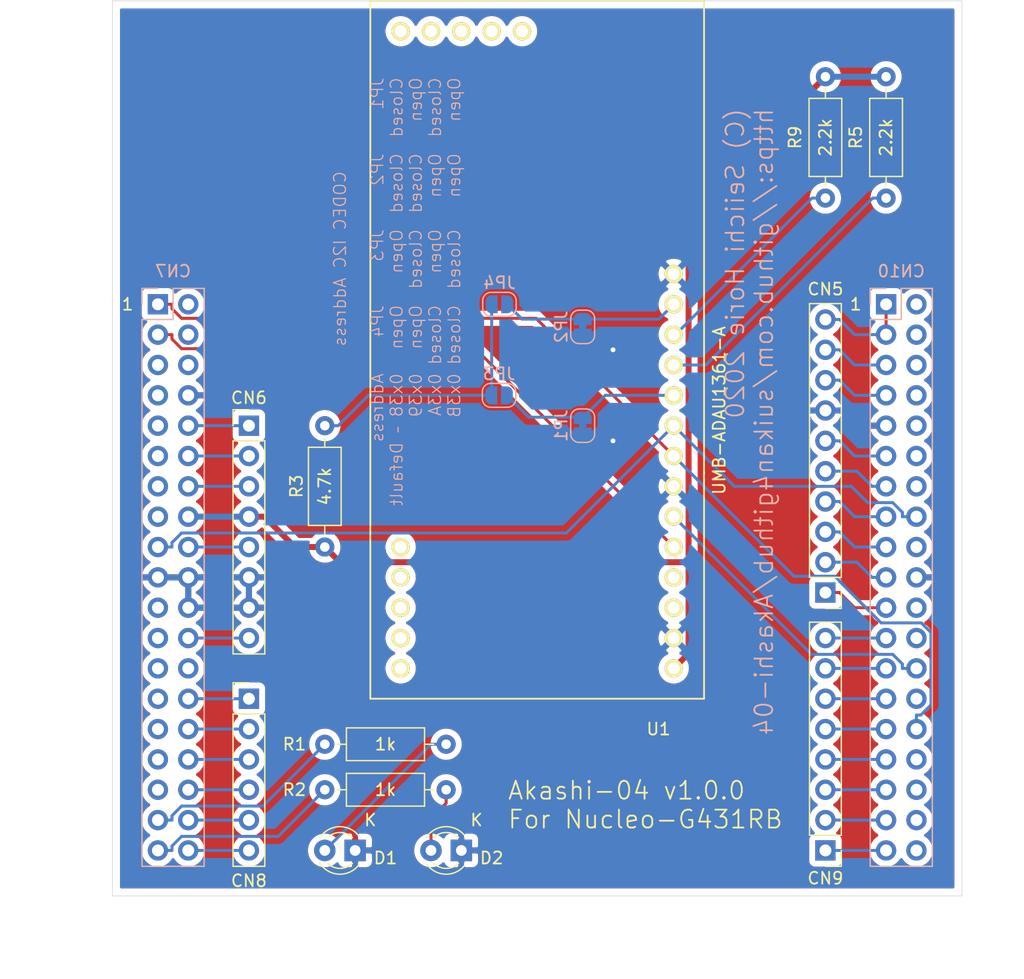
<source format=kicad_pcb>
(kicad_pcb (version 20171130) (host pcbnew 5.1.5-52549c5~84~ubuntu16.04.1)
  (layers (0 F.Cu signal) (31 B.Cu signal) (34 B.Paste user) (35 F.Paste user) (36 B.SilkS user) (37 F.SilkS user) (38 B.Mask user) (39 F.Mask user) (44 Edge.Cuts user))
  (net 0 "")
  (net 1 /LED2)
  (net 2 /LED1)
  (net 3 GND)
  (net 4 +3V3)
  (net 5 /I2C1_SDA)
  (net 6 /I2C1_SCL)
  (net 7 "Net-(D1-Pad2)")
  (net 8 "Net-(D2-Pad2)")
  (net 9 "Net-(CN7-Pad33)")
  (net 10 "Net-(CN7-Pad31)")
  (net 11 "Net-(CN7-Pad29)")
  (net 12 "Net-(CN7-Pad27)")
  (net 13 "Net-(CN7-Pad26)")
  (net 14 "Net-(CN7-Pad25)")
  (net 15 "Net-(CN7-Pad23)")
  (net 16 "Net-(CN7-Pad15)")
  (net 17 "Net-(CN7-Pad13)")
  (net 18 "Net-(CN7-Pad11)")
  (net 19 "Net-(CN7-Pad9)")
  (net 20 "Net-(CN7-Pad7)")
  (net 21 "Net-(CN7-Pad6)")
  (net 22 "Net-(CN7-Pad5)")
  (net 23 "Net-(CN7-Pad4)")
  (net 24 "Net-(CN7-Pad2)")
  (net 25 "Net-(CN10-Pad2)")
  (net 26 "Net-(CN10-Pad4)")
  (net 27 "Net-(CN10-Pad6)")
  (net 28 "Net-(CN10-Pad7)")
  (net 29 "Net-(CN10-Pad8)")
  (net 30 "Net-(CN10-Pad10)")
  (net 31 "Net-(CN10-Pad17)")
  (net 32 "Net-(CN10-Pad19)")
  (net 33 "Net-(CN10-Pad22)")
  (net 34 "Net-(CN10-Pad23)")
  (net 35 "Net-(CN10-Pad24)")
  (net 36 "Net-(CN10-Pad27)")
  (net 37 "Net-(CN10-Pad29)")
  (net 38 "Net-(CN10-Pad31)")
  (net 39 "Net-(CN10-Pad32)")
  (net 40 "Net-(CN10-Pad35)")
  (net 41 "Net-(CN10-Pad36)")
  (net 42 "Net-(CN10-Pad37)")
  (net 43 "Net-(CN10-Pad38)")
  (net 44 "Net-(CN7-Pad34)")
  (net 45 "Net-(CN7-Pad32)")
  (net 46 "Net-(CN7-Pad30)")
  (net 47 "Net-(CN7-Pad28)")
  (net 48 "Net-(CN7-Pad21)")
  (net 49 /I2S3_SD)
  (net 50 "Net-(CN10-Pad11)")
  (net 51 "Net-(CN10-Pad12)")
  (net 52 "Net-(CN10-Pad13)")
  (net 53 "Net-(CN10-Pad14)")
  (net 54 "Net-(CN10-Pad15)")
  (net 55 /I2S2_WS)
  (net 56 "Net-(CN10-Pad18)")
  (net 57 "Net-(CN10-Pad21)")
  (net 58 "Net-(CN10-Pad25)")
  (net 59 /I2S2_SD)
  (net 60 "Net-(CN10-Pad28)")
  (net 61 /I2S2_CK)
  (net 62 "Net-(CN10-Pad33)")
  (net 63 "Net-(CN10-Pad34)")
  (net 64 "Net-(CN6-Pad8)")
  (net 65 "Net-(CN6-Pad5)")
  (net 66 "Net-(CN6-Pad3)")
  (net 67 "Net-(CN6-Pad2)")
  (net 68 "Net-(CN6-Pad1)")
  (net 69 "Net-(CN7-Pad38)")
  (net 70 "Net-(CN7-Pad36)")
  (net 71 "Net-(JP1-Pad1)")
  (net 72 "Net-(JP2-Pad1)")
  (net 73 "Net-(JP3-Pad2)")
  (net 74 "Net-(R5-Pad2)")
  (net 75 "Net-(R9-Pad2)")
  (net 76 "Net-(U1-Pad3)")
  (net 77 "Net-(U1-Pad4)")
  (net 78 "Net-(U1-Pad15)")
  (net 79 "Net-(U1-Pad16)")
  (net 80 "Net-(U1-Pad17)")
  (net 81 "Net-(U1-Pad18)")
  (net 82 "Net-(U1-Pad19)")
  (net 83 "Net-(U1-Pad20)")
  (net 84 "Net-(U1-Pad21)")
  (net 85 "Net-(U1-Pad22)")
  (net 86 "Net-(U1-Pad23)")
  (net 87 "Net-(U1-Pad24)")
  (module Codec_Modules:UMB-ADAU1361A (layer F.Cu) (at 162.56 91.44 180)
    (fp_text reference U1 (at 1.27 -5.08) (layer F.SilkS))
    (fp_text value UMB-ADAU1361A)
    (fp_line (start -2.54 -2.54) (end 25.4 -2.54) (layer F.SilkS) (width 0.15))
    (fp_line (start 25.4 -2.54) (end 25.4 55.88) (layer F.SilkS) (width 0.15))
    (fp_line (start 25.4 55.88) (end -2.54 55.88) (layer F.SilkS) (width 0.15))
    (fp_line (start -2.54 55.88) (end -2.54 -2.54) (layer F.SilkS) (width 0.15))
    (pad 1 thru_hole circle (at 0 0 180) (size 1.524 1.524) (drill 1) (layers *.Cu *.Mask F.SilkS) (net 4 +3V3))
    (pad 2 thru_hole circle (at 0 2.54 180) (size 1.524 1.524) (drill 1) (layers *.Cu *.Mask F.SilkS) (net 3 GND))
    (pad 3 thru_hole circle (at 0 5.08 180) (size 1.524 1.524) (drill 1) (layers *.Cu *.Mask F.SilkS) (net 76 "Net-(U1-Pad3)"))
    (pad 4 thru_hole circle (at 0 7.62 180) (size 1.524 1.524) (drill 1) (layers *.Cu *.Mask F.SilkS) (net 77 "Net-(U1-Pad4)"))
    (pad 5 thru_hole circle (at 0 10.16 180) (size 1.524 1.524) (drill 1) (layers *.Cu *.Mask F.SilkS) (net 49 /I2S3_SD))
    (pad 6 thru_hole circle (at 0 12.7 180) (size 1.524 1.524) (drill 1) (layers *.Cu *.Mask F.SilkS) (net 59 /I2S2_SD))
    (pad 7 thru_hole circle (at 0 15.24 180) (size 1.524 1.524) (drill 1) (layers *.Cu *.Mask F.SilkS) (net 3 GND))
    (pad 8 thru_hole circle (at 0 17.78 180) (size 1.524 1.524) (drill 1) (layers *.Cu *.Mask F.SilkS) (net 61 /I2S2_CK))
    (pad 9 thru_hole circle (at 0 20.32 180) (size 1.524 1.524) (drill 1) (layers *.Cu *.Mask F.SilkS) (net 55 /I2S2_WS))
    (pad 10 thru_hole circle (at 0 22.86 180) (size 1.524 1.524) (drill 1) (layers *.Cu *.Mask F.SilkS) (net 71 "Net-(JP1-Pad1)"))
    (pad 11 thru_hole circle (at 0 25.4 180) (size 1.524 1.524) (drill 1) (layers *.Cu *.Mask F.SilkS) (net 74 "Net-(R5-Pad2)"))
    (pad 12 thru_hole circle (at 0 27.94 180) (size 1.524 1.524) (drill 1) (layers *.Cu *.Mask F.SilkS) (net 75 "Net-(R9-Pad2)"))
    (pad 13 thru_hole circle (at 0 30.48 180) (size 1.524 1.524) (drill 1) (layers *.Cu *.Mask F.SilkS) (net 72 "Net-(JP2-Pad1)"))
    (pad 14 thru_hole circle (at 0 33.02 180) (size 1.524 1.524) (drill 1) (layers *.Cu *.Mask F.SilkS) (net 3 GND))
    (pad 15 thru_hole circle (at 22.86 0 180) (size 1.524 1.524) (drill 1) (layers *.Cu *.Mask F.SilkS) (net 78 "Net-(U1-Pad15)"))
    (pad 16 thru_hole circle (at 22.86 2.54 180) (size 1.524 1.524) (drill 1) (layers *.Cu *.Mask F.SilkS) (net 79 "Net-(U1-Pad16)"))
    (pad 17 thru_hole circle (at 22.86 5.08 180) (size 1.524 1.524) (drill 1) (layers *.Cu *.Mask F.SilkS) (net 80 "Net-(U1-Pad17)"))
    (pad 18 thru_hole circle (at 22.86 7.62 180) (size 1.524 1.524) (drill 1) (layers *.Cu *.Mask F.SilkS) (net 81 "Net-(U1-Pad18)"))
    (pad 19 thru_hole circle (at 22.86 10.16 180) (size 1.524 1.524) (drill 1) (layers *.Cu *.Mask F.SilkS) (net 82 "Net-(U1-Pad19)"))
    (pad 20 thru_hole circle (at 22.86 53.34 180) (size 1.524 1.524) (drill 1) (layers *.Cu *.Mask F.SilkS) (net 83 "Net-(U1-Pad20)"))
    (pad 21 thru_hole circle (at 20.32 53.34 180) (size 1.524 1.524) (drill 1) (layers *.Cu *.Mask F.SilkS) (net 84 "Net-(U1-Pad21)"))
    (pad 22 thru_hole circle (at 17.78 53.34 180) (size 1.524 1.524) (drill 1) (layers *.Cu *.Mask F.SilkS) (net 85 "Net-(U1-Pad22)"))
    (pad 23 thru_hole circle (at 15.24 53.34 180) (size 1.524 1.524) (drill 1) (layers *.Cu *.Mask F.SilkS) (net 86 "Net-(U1-Pad23)"))
    (pad 24 thru_hole circle (at 12.7 53.34 180) (size 1.524 1.524) (drill 1) (layers *.Cu *.Mask F.SilkS) (net 87 "Net-(U1-Pad24)"))
  )
  (module Resistor_THT:R_Axial_DIN0207_L6.3mm_D2.5mm_P10.16mm_Horizontal (layer F.Cu) (at 133.35 81.28 90)
    (fp_text reference R3 (at 5.08 -2.37 90) (layer F.SilkS))
    (fp_text value 4.7k (at 5.08 0 90) (layer F.SilkS))
    (fp_line (start 9.12 0) (end 8.35 0) (layer F.SilkS) (width 0.12))
    (fp_line (start 1.04 0) (end 1.81 0) (layer F.SilkS) (width 0.12))
    (fp_line (start 8.35 -1.37) (end 1.81 -1.37) (layer F.SilkS) (width 0.12))
    (fp_line (start 8.35 1.37) (end 8.35 -1.37) (layer F.SilkS) (width 0.12))
    (fp_line (start 1.81 1.37) (end 8.35 1.37) (layer F.SilkS) (width 0.12))
    (fp_line (start 1.81 -1.37) (end 1.81 1.37) (layer F.SilkS) (width 0.12))
    (pad 2 thru_hole oval (at 10.16 0 90) (size 1.6 1.6) (drill 0.8) (layers *.Cu *.Mask) (net 73 "Net-(JP3-Pad2)"))
    (pad 1 thru_hole circle (at 0 0 90) (size 1.6 1.6) (drill 0.8) (layers *.Cu *.Mask) (net 4 +3V3))
  )
  (module Jumper:SolderJumper-2_P1.3mm_Open_RoundedPad1.0x1.5mm (layer B.Cu) (at 147.97 60.96 180)
    (fp_text reference JP4 (at 0 1.8) (layer B.SilkS) (effects (justify mirror)))
    (fp_text value SolderJumper_2_Open)
    (fp_line (start -0.7 1) (end 0.7 1) (layer B.SilkS) (width 0.12))
    (fp_line (start 1.4 0.3) (end 1.4 -0.3) (layer B.SilkS) (width 0.12))
    (fp_line (start 0.7 -1) (end -0.7 -1) (layer B.SilkS) (width 0.12))
    (fp_line (start -1.4 -0.3) (end -1.4 0.3) (layer B.SilkS) (width 0.12))
    (fp_arc (start -0.7 0.3) (end -0.7 1) (angle 90) (layer B.SilkS) (width 0.12))
    (fp_arc (start -0.7 -0.3) (end -1.4 -0.3) (angle 90) (layer B.SilkS) (width 0.12))
    (fp_arc (start 0.7 -0.3) (end 0.7 -1) (angle 90) (layer B.SilkS) (width 0.12))
    (fp_arc (start 0.7 0.3) (end 1.4 0.3) (angle 90) (layer B.SilkS) (width 0.12))
    (pad 2 smd custom (at 0.65 0 180) (size 1 0.5) (layers B.Cu B.Mask) (net 73 "Net-(JP3-Pad2)") (options (clearance outline) (anchor rect)) (primitives (gr_circle (center 0 -0.25) (end 0.5 -0.25) (width 0)) (gr_circle (center 0 0.25) (end 0.5 0.25) (width 0)) (gr_poly (pts (xy 0 0.75) (xy -0.5 0.75) (xy -0.5 -0.75) (xy 0 -0.75)) (width 0))))
    (pad 1 smd custom (at -0.65 0 180) (size 1 0.5) (layers B.Cu B.Mask) (net 72 "Net-(JP2-Pad1)") (options (clearance outline) (anchor rect)) (primitives (gr_circle (center 0 -0.25) (end 0.5 -0.25) (width 0)) (gr_circle (center 0 0.25) (end 0.5 0.25) (width 0)) (gr_poly (pts (xy 0 0.75) (xy 0.5 0.75) (xy 0.5 -0.75) (xy 0 -0.75)) (width 0))))
  )
  (module Jumper:SolderJumper-2_P1.3mm_Open_RoundedPad1.0x1.5mm (layer B.Cu) (at 147.94 68.58 180)
    (fp_text reference JP3 (at 0 1.8) (layer B.SilkS) (effects (justify mirror)))
    (fp_text value SolderJumper_2_Open)
    (fp_line (start -0.7 1) (end 0.7 1) (layer B.SilkS) (width 0.12))
    (fp_line (start 1.4 0.3) (end 1.4 -0.3) (layer B.SilkS) (width 0.12))
    (fp_line (start 0.7 -1) (end -0.7 -1) (layer B.SilkS) (width 0.12))
    (fp_line (start -1.4 -0.3) (end -1.4 0.3) (layer B.SilkS) (width 0.12))
    (fp_arc (start -0.7 0.3) (end -0.7 1) (angle 90) (layer B.SilkS) (width 0.12))
    (fp_arc (start -0.7 -0.3) (end -1.4 -0.3) (angle 90) (layer B.SilkS) (width 0.12))
    (fp_arc (start 0.7 -0.3) (end 0.7 -1) (angle 90) (layer B.SilkS) (width 0.12))
    (fp_arc (start 0.7 0.3) (end 1.4 0.3) (angle 90) (layer B.SilkS) (width 0.12))
    (pad 2 smd custom (at 0.65 0 180) (size 1 0.5) (layers B.Cu B.Mask) (net 73 "Net-(JP3-Pad2)") (options (clearance outline) (anchor rect)) (primitives (gr_circle (center 0 -0.25) (end 0.5 -0.25) (width 0)) (gr_circle (center 0 0.25) (end 0.5 0.25) (width 0)) (gr_poly (pts (xy 0 0.75) (xy -0.5 0.75) (xy -0.5 -0.75) (xy 0 -0.75)) (width 0))))
    (pad 1 smd custom (at -0.65 0 180) (size 1 0.5) (layers B.Cu B.Mask) (net 71 "Net-(JP1-Pad1)") (options (clearance outline) (anchor rect)) (primitives (gr_circle (center 0 -0.25) (end 0.5 -0.25) (width 0)) (gr_circle (center 0 0.25) (end 0.5 0.25) (width 0)) (gr_poly (pts (xy 0 0.75) (xy 0.5 0.75) (xy 0.5 -0.75) (xy 0 -0.75)) (width 0))))
  )
  (module Jumper:SolderJumper-2_P1.3mm_Bridged_RoundedPad1.0x1.5mm (layer B.Cu) (at 154.94 62.85 270)
    (fp_text reference JP2 (at 0 1.8 270) (layer B.SilkS) (effects (justify mirror)))
    (fp_text value SolderJumper_2_Bridged)
    (fp_poly (pts (xy 0.25 0.3) (xy -0.25 0.3) (xy -0.25 -0.3) (xy 0.25 -0.3)) (layer B.Cu) (width 0))
    (fp_line (start -0.7 1) (end 0.7 1) (layer B.SilkS) (width 0.12))
    (fp_line (start 1.4 0.3) (end 1.4 -0.3) (layer B.SilkS) (width 0.12))
    (fp_line (start 0.7 -1) (end -0.7 -1) (layer B.SilkS) (width 0.12))
    (fp_line (start -1.4 -0.3) (end -1.4 0.3) (layer B.SilkS) (width 0.12))
    (fp_arc (start -0.7 0.3) (end -0.7 1) (angle 90) (layer B.SilkS) (width 0.12))
    (fp_arc (start -0.7 -0.3) (end -1.4 -0.3) (angle 90) (layer B.SilkS) (width 0.12))
    (fp_arc (start 0.7 -0.3) (end 0.7 -1) (angle 90) (layer B.SilkS) (width 0.12))
    (fp_arc (start 0.7 0.3) (end 1.4 0.3) (angle 90) (layer B.SilkS) (width 0.12))
    (pad 1 smd custom (at -0.65 0 270) (size 1 0.5) (layers B.Cu B.Mask) (net 72 "Net-(JP2-Pad1)") (options (clearance outline) (anchor rect)) (primitives (gr_circle (center 0 -0.25) (end 0.5 -0.25) (width 0)) (gr_circle (center 0 0.25) (end 0.5 0.25) (width 0)) (gr_poly (pts (xy 0 0.75) (xy 0.5 0.75) (xy 0.5 -0.75) (xy 0 -0.75)) (width 0))))
    (pad 2 smd custom (at 0.65 0 270) (size 1 0.5) (layers B.Cu B.Mask) (net 3 GND) (options (clearance outline) (anchor rect)) (primitives (gr_circle (center 0 -0.25) (end 0.5 -0.25) (width 0)) (gr_circle (center 0 0.25) (end 0.5 0.25) (width 0)) (gr_poly (pts (xy 0 0.75) (xy -0.5 0.75) (xy -0.5 -0.75) (xy 0 -0.75)) (width 0))))
  )
  (module Jumper:SolderJumper-2_P1.3mm_Bridged_RoundedPad1.0x1.5mm (layer B.Cu) (at 154.94 71.12 270)
    (fp_text reference JP1 (at 0 1.8 270) (layer B.SilkS) (effects (justify mirror)))
    (fp_text value SolderJumper_2_Bridged)
    (fp_poly (pts (xy 0.25 0.3) (xy -0.25 0.3) (xy -0.25 -0.3) (xy 0.25 -0.3)) (layer B.Cu) (width 0))
    (fp_line (start -0.7 1) (end 0.7 1) (layer B.SilkS) (width 0.12))
    (fp_line (start 1.4 0.3) (end 1.4 -0.3) (layer B.SilkS) (width 0.12))
    (fp_line (start 0.7 -1) (end -0.7 -1) (layer B.SilkS) (width 0.12))
    (fp_line (start -1.4 -0.3) (end -1.4 0.3) (layer B.SilkS) (width 0.12))
    (fp_arc (start -0.7 0.3) (end -0.7 1) (angle 90) (layer B.SilkS) (width 0.12))
    (fp_arc (start -0.7 -0.3) (end -1.4 -0.3) (angle 90) (layer B.SilkS) (width 0.12))
    (fp_arc (start 0.7 -0.3) (end 0.7 -1) (angle 90) (layer B.SilkS) (width 0.12))
    (fp_arc (start 0.7 0.3) (end 1.4 0.3) (angle 90) (layer B.SilkS) (width 0.12))
    (pad 1 smd custom (at -0.65 0 270) (size 1 0.5) (layers B.Cu B.Mask) (net 71 "Net-(JP1-Pad1)") (options (clearance outline) (anchor rect)) (primitives (gr_circle (center 0 -0.25) (end 0.5 -0.25) (width 0)) (gr_circle (center 0 0.25) (end 0.5 0.25) (width 0)) (gr_poly (pts (xy 0 0.75) (xy 0.5 0.75) (xy 0.5 -0.75) (xy 0 -0.75)) (width 0))))
    (pad 2 smd custom (at 0.65 0 270) (size 1 0.5) (layers B.Cu B.Mask) (net 3 GND) (options (clearance outline) (anchor rect)) (primitives (gr_circle (center 0 -0.25) (end 0.5 -0.25) (width 0)) (gr_circle (center 0 0.25) (end 0.5 0.25) (width 0)) (gr_poly (pts (xy 0 0.75) (xy -0.5 0.75) (xy -0.5 -0.75) (xy 0 -0.75)) (width 0))))
  )
  (module Connector_PinHeader_2.54mm:PinHeader_1x08_P2.54mm_Vertical (layer F.Cu) (at 175.26 106.68 180)
    (fp_text reference CN9 (at 0 -2.33) (layer F.SilkS))
    (fp_text value Conn_01x08)
    (fp_line (start -1.33 -1.33) (end 0 -1.33) (layer F.SilkS) (width 0.12))
    (fp_line (start -1.33 0) (end -1.33 -1.33) (layer F.SilkS) (width 0.12))
    (fp_line (start -1.33 1.27) (end 1.33 1.27) (layer F.SilkS) (width 0.12))
    (fp_line (start 1.33 1.27) (end 1.33 19.11) (layer F.SilkS) (width 0.12))
    (fp_line (start -1.33 1.27) (end -1.33 19.11) (layer F.SilkS) (width 0.12))
    (fp_line (start -1.33 19.11) (end 1.33 19.11) (layer F.SilkS) (width 0.12))
    (pad 8 thru_hole oval (at 0 17.78 180) (size 1.7 1.7) (drill 1) (layers *.Cu *.Mask) (net 34 "Net-(CN10-Pad23)"))
    (pad 7 thru_hole oval (at 0 15.24 180) (size 1.7 1.7) (drill 1) (layers *.Cu *.Mask) (net 58 "Net-(CN10-Pad25)"))
    (pad 6 thru_hole oval (at 0 12.7 180) (size 1.7 1.7) (drill 1) (layers *.Cu *.Mask) (net 36 "Net-(CN10-Pad27)"))
    (pad 5 thru_hole oval (at 0 10.16 180) (size 1.7 1.7) (drill 1) (layers *.Cu *.Mask) (net 37 "Net-(CN10-Pad29)"))
    (pad 4 thru_hole oval (at 0 7.62 180) (size 1.7 1.7) (drill 1) (layers *.Cu *.Mask) (net 38 "Net-(CN10-Pad31)"))
    (pad 3 thru_hole oval (at 0 5.08 180) (size 1.7 1.7) (drill 1) (layers *.Cu *.Mask) (net 62 "Net-(CN10-Pad33)"))
    (pad 2 thru_hole oval (at 0 2.54 180) (size 1.7 1.7) (drill 1) (layers *.Cu *.Mask) (net 40 "Net-(CN10-Pad35)"))
    (pad 1 thru_hole rect (at 0 0 180) (size 1.7 1.7) (drill 1) (layers *.Cu *.Mask) (net 42 "Net-(CN10-Pad37)"))
  )
  (module Connector_PinHeader_2.54mm:PinHeader_1x06_P2.54mm_Vertical (layer F.Cu) (at 127 93.98)
    (fp_text reference CN8 (at 0 15.24) (layer F.SilkS))
    (fp_text value Conn_01x06)
    (fp_line (start -1.33 -1.33) (end 0 -1.33) (layer F.SilkS) (width 0.12))
    (fp_line (start -1.33 0) (end -1.33 -1.33) (layer F.SilkS) (width 0.12))
    (fp_line (start -1.33 1.27) (end 1.33 1.27) (layer F.SilkS) (width 0.12))
    (fp_line (start 1.33 1.27) (end 1.33 14.03) (layer F.SilkS) (width 0.12))
    (fp_line (start -1.33 1.27) (end -1.33 14.03) (layer F.SilkS) (width 0.12))
    (fp_line (start -1.33 14.03) (end 1.33 14.03) (layer F.SilkS) (width 0.12))
    (pad 6 thru_hole oval (at 0 12.7) (size 1.7 1.7) (drill 1) (layers *.Cu *.Mask) (net 69 "Net-(CN7-Pad38)"))
    (pad 5 thru_hole oval (at 0 10.16) (size 1.7 1.7) (drill 1) (layers *.Cu *.Mask) (net 70 "Net-(CN7-Pad36)"))
    (pad 4 thru_hole oval (at 0 7.62) (size 1.7 1.7) (drill 1) (layers *.Cu *.Mask) (net 44 "Net-(CN7-Pad34)"))
    (pad 3 thru_hole oval (at 0 5.08) (size 1.7 1.7) (drill 1) (layers *.Cu *.Mask) (net 45 "Net-(CN7-Pad32)"))
    (pad 2 thru_hole oval (at 0 2.54) (size 1.7 1.7) (drill 1) (layers *.Cu *.Mask) (net 46 "Net-(CN7-Pad30)"))
    (pad 1 thru_hole rect (at 0 0) (size 1.7 1.7) (drill 1) (layers *.Cu *.Mask) (net 47 "Net-(CN7-Pad28)"))
  )
  (module Connector_PinHeader_2.54mm:PinHeader_1x08_P2.54mm_Vertical (layer F.Cu) (at 127 71.12)
    (fp_text reference CN6 (at 0 -2.33) (layer F.SilkS))
    (fp_text value Conn_01x08)
    (fp_line (start -1.33 -1.33) (end 0 -1.33) (layer F.SilkS) (width 0.12))
    (fp_line (start -1.33 0) (end -1.33 -1.33) (layer F.SilkS) (width 0.12))
    (fp_line (start -1.33 1.27) (end 1.33 1.27) (layer F.SilkS) (width 0.12))
    (fp_line (start 1.33 1.27) (end 1.33 19.11) (layer F.SilkS) (width 0.12))
    (fp_line (start -1.33 1.27) (end -1.33 19.11) (layer F.SilkS) (width 0.12))
    (fp_line (start -1.33 19.11) (end 1.33 19.11) (layer F.SilkS) (width 0.12))
    (pad 8 thru_hole oval (at 0 17.78) (size 1.7 1.7) (drill 1) (layers *.Cu *.Mask) (net 64 "Net-(CN6-Pad8)"))
    (pad 7 thru_hole oval (at 0 15.24) (size 1.7 1.7) (drill 1) (layers *.Cu *.Mask) (net 3 GND))
    (pad 6 thru_hole oval (at 0 12.7) (size 1.7 1.7) (drill 1) (layers *.Cu *.Mask) (net 3 GND))
    (pad 5 thru_hole oval (at 0 10.16) (size 1.7 1.7) (drill 1) (layers *.Cu *.Mask) (net 65 "Net-(CN6-Pad5)"))
    (pad 4 thru_hole oval (at 0 7.62) (size 1.7 1.7) (drill 1) (layers *.Cu *.Mask) (net 4 +3V3))
    (pad 3 thru_hole oval (at 0 5.08) (size 1.7 1.7) (drill 1) (layers *.Cu *.Mask) (net 66 "Net-(CN6-Pad3)"))
    (pad 2 thru_hole oval (at 0 2.54) (size 1.7 1.7) (drill 1) (layers *.Cu *.Mask) (net 67 "Net-(CN6-Pad2)"))
    (pad 1 thru_hole rect (at 0 0) (size 1.7 1.7) (drill 1) (layers *.Cu *.Mask) (net 68 "Net-(CN6-Pad1)"))
  )
  (module Connector_PinHeader_2.54mm:PinHeader_1x10_P2.54mm_Vertical (layer F.Cu) (at 175.26 85.09 180)
    (fp_text reference CN5 (at 0 25.4) (layer F.SilkS))
    (fp_text value Conn_01x10)
    (fp_line (start -1.33 -1.33) (end 0 -1.33) (layer F.SilkS) (width 0.12))
    (fp_line (start -1.33 0) (end -1.33 -1.33) (layer F.SilkS) (width 0.12))
    (fp_line (start -1.33 1.27) (end 1.33 1.27) (layer F.SilkS) (width 0.12))
    (fp_line (start 1.33 1.27) (end 1.33 24.19) (layer F.SilkS) (width 0.12))
    (fp_line (start -1.33 1.27) (end -1.33 24.19) (layer F.SilkS) (width 0.12))
    (fp_line (start -1.33 24.19) (end 1.33 24.19) (layer F.SilkS) (width 0.12))
    (pad 10 thru_hole oval (at 0 22.86 180) (size 1.7 1.7) (drill 1) (layers *.Cu *.Mask) (net 6 /I2C1_SCL))
    (pad 9 thru_hole oval (at 0 20.32 180) (size 1.7 1.7) (drill 1) (layers *.Cu *.Mask) (net 5 /I2C1_SDA))
    (pad 8 thru_hole oval (at 0 17.78 180) (size 1.7 1.7) (drill 1) (layers *.Cu *.Mask) (net 28 "Net-(CN10-Pad7)"))
    (pad 7 thru_hole oval (at 0 15.24 180) (size 1.7 1.7) (drill 1) (layers *.Cu *.Mask) (net 3 GND))
    (pad 6 thru_hole oval (at 0 12.7 180) (size 1.7 1.7) (drill 1) (layers *.Cu *.Mask) (net 50 "Net-(CN10-Pad11)"))
    (pad 5 thru_hole oval (at 0 10.16 180) (size 1.7 1.7) (drill 1) (layers *.Cu *.Mask) (net 52 "Net-(CN10-Pad13)"))
    (pad 4 thru_hole oval (at 0 7.62 180) (size 1.7 1.7) (drill 1) (layers *.Cu *.Mask) (net 54 "Net-(CN10-Pad15)"))
    (pad 3 thru_hole oval (at 0 5.08 180) (size 1.7 1.7) (drill 1) (layers *.Cu *.Mask) (net 31 "Net-(CN10-Pad17)"))
    (pad 2 thru_hole oval (at 0 2.54 180) (size 1.7 1.7) (drill 1) (layers *.Cu *.Mask) (net 32 "Net-(CN10-Pad19)"))
    (pad 1 thru_hole rect (at 0 0 180) (size 1.7 1.7) (drill 1) (layers *.Cu *.Mask) (net 57 "Net-(CN10-Pad21)"))
  )
  (module Connector_PinSocket_2.54mm:PinSocket_2x19_P2.54mm_Vertical (layer B.Cu) (at 119.38 60.96 180)
    (fp_text reference CN7 (at -1.27 2.77 180) (layer B.SilkS) (effects (justify mirror)))
    (fp_text value PPPC192LFBN-RC)
    (fp_line (start 0 1.33) (end 1.33 1.33) (layer B.SilkS) (width 0.12))
    (fp_line (start 1.33 1.33) (end 1.33 0) (layer B.SilkS) (width 0.12))
    (fp_line (start -1.27 1.33) (end -1.27 -1.27) (layer B.SilkS) (width 0.12))
    (fp_line (start -1.27 -1.27) (end 1.33 -1.27) (layer B.SilkS) (width 0.12))
    (fp_line (start 1.33 -1.27) (end 1.33 -47.05) (layer B.SilkS) (width 0.12))
    (fp_line (start -3.87 -47.05) (end 1.33 -47.05) (layer B.SilkS) (width 0.12))
    (fp_line (start -3.87 1.33) (end -3.87 -47.05) (layer B.SilkS) (width 0.12))
    (fp_line (start -3.87 1.33) (end -1.27 1.33) (layer B.SilkS) (width 0.12))
    (pad 38 thru_hole oval (at -2.54 -45.72 180) (size 1.7 1.7) (drill 1) (layers *.Cu *.Mask) (net 69 "Net-(CN7-Pad38)"))
    (pad 37 thru_hole oval (at 0 -45.72 180) (size 1.7 1.7) (drill 1) (layers *.Cu *.Mask) (net 1 /LED2))
    (pad 36 thru_hole oval (at -2.54 -43.18 180) (size 1.7 1.7) (drill 1) (layers *.Cu *.Mask) (net 70 "Net-(CN7-Pad36)"))
    (pad 35 thru_hole oval (at 0 -43.18 180) (size 1.7 1.7) (drill 1) (layers *.Cu *.Mask) (net 2 /LED1))
    (pad 34 thru_hole oval (at -2.54 -40.64 180) (size 1.7 1.7) (drill 1) (layers *.Cu *.Mask) (net 44 "Net-(CN7-Pad34)"))
    (pad 33 thru_hole oval (at 0 -40.64 180) (size 1.7 1.7) (drill 1) (layers *.Cu *.Mask) (net 9 "Net-(CN7-Pad33)"))
    (pad 32 thru_hole oval (at -2.54 -38.1 180) (size 1.7 1.7) (drill 1) (layers *.Cu *.Mask) (net 45 "Net-(CN7-Pad32)"))
    (pad 31 thru_hole oval (at 0 -38.1 180) (size 1.7 1.7) (drill 1) (layers *.Cu *.Mask) (net 10 "Net-(CN7-Pad31)"))
    (pad 30 thru_hole oval (at -2.54 -35.56 180) (size 1.7 1.7) (drill 1) (layers *.Cu *.Mask) (net 46 "Net-(CN7-Pad30)"))
    (pad 29 thru_hole oval (at 0 -35.56 180) (size 1.7 1.7) (drill 1) (layers *.Cu *.Mask) (net 11 "Net-(CN7-Pad29)"))
    (pad 28 thru_hole oval (at -2.54 -33.02 180) (size 1.7 1.7) (drill 1) (layers *.Cu *.Mask) (net 47 "Net-(CN7-Pad28)"))
    (pad 27 thru_hole oval (at 0 -33.02 180) (size 1.7 1.7) (drill 1) (layers *.Cu *.Mask) (net 12 "Net-(CN7-Pad27)"))
    (pad 26 thru_hole oval (at -2.54 -30.48 180) (size 1.7 1.7) (drill 1) (layers *.Cu *.Mask) (net 13 "Net-(CN7-Pad26)"))
    (pad 25 thru_hole oval (at 0 -30.48 180) (size 1.7 1.7) (drill 1) (layers *.Cu *.Mask) (net 14 "Net-(CN7-Pad25)"))
    (pad 24 thru_hole oval (at -2.54 -27.94 180) (size 1.7 1.7) (drill 1) (layers *.Cu *.Mask) (net 64 "Net-(CN6-Pad8)"))
    (pad 23 thru_hole oval (at 0 -27.94 180) (size 1.7 1.7) (drill 1) (layers *.Cu *.Mask) (net 15 "Net-(CN7-Pad23)"))
    (pad 22 thru_hole oval (at -2.54 -25.4 180) (size 1.7 1.7) (drill 1) (layers *.Cu *.Mask) (net 3 GND))
    (pad 21 thru_hole oval (at 0 -25.4 180) (size 1.7 1.7) (drill 1) (layers *.Cu *.Mask) (net 48 "Net-(CN7-Pad21)"))
    (pad 20 thru_hole oval (at -2.54 -22.86 180) (size 1.7 1.7) (drill 1) (layers *.Cu *.Mask) (net 3 GND))
    (pad 19 thru_hole oval (at 0 -22.86 180) (size 1.7 1.7) (drill 1) (layers *.Cu *.Mask) (net 3 GND))
    (pad 18 thru_hole oval (at -2.54 -20.32 180) (size 1.7 1.7) (drill 1) (layers *.Cu *.Mask) (net 65 "Net-(CN6-Pad5)"))
    (pad 17 thru_hole oval (at 0 -20.32 180) (size 1.7 1.7) (drill 1) (layers *.Cu *.Mask) (net 55 /I2S2_WS))
    (pad 16 thru_hole oval (at -2.54 -17.78 180) (size 1.7 1.7) (drill 1) (layers *.Cu *.Mask) (net 4 +3V3))
    (pad 15 thru_hole oval (at 0 -17.78 180) (size 1.7 1.7) (drill 1) (layers *.Cu *.Mask) (net 16 "Net-(CN7-Pad15)"))
    (pad 14 thru_hole oval (at -2.54 -15.24 180) (size 1.7 1.7) (drill 1) (layers *.Cu *.Mask) (net 66 "Net-(CN6-Pad3)"))
    (pad 13 thru_hole oval (at 0 -15.24 180) (size 1.7 1.7) (drill 1) (layers *.Cu *.Mask) (net 17 "Net-(CN7-Pad13)"))
    (pad 12 thru_hole oval (at -2.54 -12.7 180) (size 1.7 1.7) (drill 1) (layers *.Cu *.Mask) (net 67 "Net-(CN6-Pad2)"))
    (pad 11 thru_hole oval (at 0 -12.7 180) (size 1.7 1.7) (drill 1) (layers *.Cu *.Mask) (net 18 "Net-(CN7-Pad11)"))
    (pad 10 thru_hole oval (at -2.54 -10.16 180) (size 1.7 1.7) (drill 1) (layers *.Cu *.Mask) (net 68 "Net-(CN6-Pad1)"))
    (pad 9 thru_hole oval (at 0 -10.16 180) (size 1.7 1.7) (drill 1) (layers *.Cu *.Mask) (net 19 "Net-(CN7-Pad9)"))
    (pad 8 thru_hole oval (at -2.54 -7.62 180) (size 1.7 1.7) (drill 1) (layers *.Cu *.Mask) (net 3 GND))
    (pad 7 thru_hole oval (at 0 -7.62 180) (size 1.7 1.7) (drill 1) (layers *.Cu *.Mask) (net 20 "Net-(CN7-Pad7)"))
    (pad 6 thru_hole oval (at -2.54 -5.08 180) (size 1.7 1.7) (drill 1) (layers *.Cu *.Mask) (net 21 "Net-(CN7-Pad6)"))
    (pad 5 thru_hole oval (at 0 -5.08 180) (size 1.7 1.7) (drill 1) (layers *.Cu *.Mask) (net 22 "Net-(CN7-Pad5)"))
    (pad 4 thru_hole oval (at -2.54 -2.54 180) (size 1.7 1.7) (drill 1) (layers *.Cu *.Mask) (net 23 "Net-(CN7-Pad4)"))
    (pad 3 thru_hole oval (at 0 -2.54 180) (size 1.7 1.7) (drill 1) (layers *.Cu *.Mask) (net 49 /I2S3_SD))
    (pad 2 thru_hole oval (at -2.54 0 180) (size 1.7 1.7) (drill 1) (layers *.Cu *.Mask) (net 24 "Net-(CN7-Pad2)"))
    (pad 1 thru_hole rect (at 0 0 180) (size 1.7 1.7) (drill 1) (layers *.Cu *.Mask) (net 61 /I2S2_CK))
  )
  (module Connector_PinSocket_2.54mm:PinSocket_2x19_P2.54mm_Vertical (layer B.Cu) (at 180.34 60.96 180)
    (fp_text reference CN10 (at -1.27 2.77 180) (layer B.SilkS) (effects (justify mirror)))
    (fp_text value PPPC192LFBN-RC)
    (fp_line (start -3.87 1.33) (end -1.27 1.33) (layer B.SilkS) (width 0.12))
    (fp_line (start -3.87 1.33) (end -3.87 -47.05) (layer B.SilkS) (width 0.12))
    (fp_line (start -3.87 -47.05) (end 1.33 -47.05) (layer B.SilkS) (width 0.12))
    (fp_line (start 1.33 -1.27) (end 1.33 -47.05) (layer B.SilkS) (width 0.12))
    (fp_line (start -1.27 -1.27) (end 1.33 -1.27) (layer B.SilkS) (width 0.12))
    (fp_line (start -1.27 1.33) (end -1.27 -1.27) (layer B.SilkS) (width 0.12))
    (fp_line (start 1.33 1.33) (end 1.33 0) (layer B.SilkS) (width 0.12))
    (fp_line (start 0 1.33) (end 1.33 1.33) (layer B.SilkS) (width 0.12))
    (pad 1 thru_hole rect (at 0 0 180) (size 1.7 1.7) (drill 1) (layers *.Cu *.Mask) (net 6 /I2C1_SCL))
    (pad 2 thru_hole oval (at -2.54 0 180) (size 1.7 1.7) (drill 1) (layers *.Cu *.Mask) (net 25 "Net-(CN10-Pad2)"))
    (pad 3 thru_hole oval (at 0 -2.54 180) (size 1.7 1.7) (drill 1) (layers *.Cu *.Mask) (net 6 /I2C1_SCL))
    (pad 4 thru_hole oval (at -2.54 -2.54 180) (size 1.7 1.7) (drill 1) (layers *.Cu *.Mask) (net 26 "Net-(CN10-Pad4)"))
    (pad 5 thru_hole oval (at 0 -5.08 180) (size 1.7 1.7) (drill 1) (layers *.Cu *.Mask) (net 5 /I2C1_SDA))
    (pad 6 thru_hole oval (at -2.54 -5.08 180) (size 1.7 1.7) (drill 1) (layers *.Cu *.Mask) (net 27 "Net-(CN10-Pad6)"))
    (pad 7 thru_hole oval (at 0 -7.62 180) (size 1.7 1.7) (drill 1) (layers *.Cu *.Mask) (net 28 "Net-(CN10-Pad7)"))
    (pad 8 thru_hole oval (at -2.54 -7.62 180) (size 1.7 1.7) (drill 1) (layers *.Cu *.Mask) (net 29 "Net-(CN10-Pad8)"))
    (pad 9 thru_hole oval (at 0 -10.16 180) (size 1.7 1.7) (drill 1) (layers *.Cu *.Mask) (net 3 GND))
    (pad 10 thru_hole oval (at -2.54 -10.16 180) (size 1.7 1.7) (drill 1) (layers *.Cu *.Mask) (net 30 "Net-(CN10-Pad10)"))
    (pad 11 thru_hole oval (at 0 -12.7 180) (size 1.7 1.7) (drill 1) (layers *.Cu *.Mask) (net 50 "Net-(CN10-Pad11)"))
    (pad 12 thru_hole oval (at -2.54 -12.7 180) (size 1.7 1.7) (drill 1) (layers *.Cu *.Mask) (net 51 "Net-(CN10-Pad12)"))
    (pad 13 thru_hole oval (at 0 -15.24 180) (size 1.7 1.7) (drill 1) (layers *.Cu *.Mask) (net 52 "Net-(CN10-Pad13)"))
    (pad 14 thru_hole oval (at -2.54 -15.24 180) (size 1.7 1.7) (drill 1) (layers *.Cu *.Mask) (net 53 "Net-(CN10-Pad14)"))
    (pad 15 thru_hole oval (at 0 -17.78 180) (size 1.7 1.7) (drill 1) (layers *.Cu *.Mask) (net 54 "Net-(CN10-Pad15)"))
    (pad 16 thru_hole oval (at -2.54 -17.78 180) (size 1.7 1.7) (drill 1) (layers *.Cu *.Mask) (net 55 /I2S2_WS))
    (pad 17 thru_hole oval (at 0 -20.32 180) (size 1.7 1.7) (drill 1) (layers *.Cu *.Mask) (net 31 "Net-(CN10-Pad17)"))
    (pad 18 thru_hole oval (at -2.54 -20.32 180) (size 1.7 1.7) (drill 1) (layers *.Cu *.Mask) (net 56 "Net-(CN10-Pad18)"))
    (pad 19 thru_hole oval (at 0 -22.86 180) (size 1.7 1.7) (drill 1) (layers *.Cu *.Mask) (net 32 "Net-(CN10-Pad19)"))
    (pad 20 thru_hole oval (at -2.54 -22.86 180) (size 1.7 1.7) (drill 1) (layers *.Cu *.Mask) (net 3 GND))
    (pad 21 thru_hole oval (at 0 -25.4 180) (size 1.7 1.7) (drill 1) (layers *.Cu *.Mask) (net 57 "Net-(CN10-Pad21)"))
    (pad 22 thru_hole oval (at -2.54 -25.4 180) (size 1.7 1.7) (drill 1) (layers *.Cu *.Mask) (net 33 "Net-(CN10-Pad22)"))
    (pad 23 thru_hole oval (at 0 -27.94 180) (size 1.7 1.7) (drill 1) (layers *.Cu *.Mask) (net 34 "Net-(CN10-Pad23)"))
    (pad 24 thru_hole oval (at -2.54 -27.94 180) (size 1.7 1.7) (drill 1) (layers *.Cu *.Mask) (net 35 "Net-(CN10-Pad24)"))
    (pad 25 thru_hole oval (at 0 -30.48 180) (size 1.7 1.7) (drill 1) (layers *.Cu *.Mask) (net 58 "Net-(CN10-Pad25)"))
    (pad 26 thru_hole oval (at -2.54 -30.48 180) (size 1.7 1.7) (drill 1) (layers *.Cu *.Mask) (net 59 /I2S2_SD))
    (pad 27 thru_hole oval (at 0 -33.02 180) (size 1.7 1.7) (drill 1) (layers *.Cu *.Mask) (net 36 "Net-(CN10-Pad27)"))
    (pad 28 thru_hole oval (at -2.54 -33.02 180) (size 1.7 1.7) (drill 1) (layers *.Cu *.Mask) (net 60 "Net-(CN10-Pad28)"))
    (pad 29 thru_hole oval (at 0 -35.56 180) (size 1.7 1.7) (drill 1) (layers *.Cu *.Mask) (net 37 "Net-(CN10-Pad29)"))
    (pad 30 thru_hole oval (at -2.54 -35.56 180) (size 1.7 1.7) (drill 1) (layers *.Cu *.Mask) (net 61 /I2S2_CK))
    (pad 31 thru_hole oval (at 0 -38.1 180) (size 1.7 1.7) (drill 1) (layers *.Cu *.Mask) (net 38 "Net-(CN10-Pad31)"))
    (pad 32 thru_hole oval (at -2.54 -38.1 180) (size 1.7 1.7) (drill 1) (layers *.Cu *.Mask) (net 39 "Net-(CN10-Pad32)"))
    (pad 33 thru_hole oval (at 0 -40.64 180) (size 1.7 1.7) (drill 1) (layers *.Cu *.Mask) (net 62 "Net-(CN10-Pad33)"))
    (pad 34 thru_hole oval (at -2.54 -40.64 180) (size 1.7 1.7) (drill 1) (layers *.Cu *.Mask) (net 63 "Net-(CN10-Pad34)"))
    (pad 35 thru_hole oval (at 0 -43.18 180) (size 1.7 1.7) (drill 1) (layers *.Cu *.Mask) (net 40 "Net-(CN10-Pad35)"))
    (pad 36 thru_hole oval (at -2.54 -43.18 180) (size 1.7 1.7) (drill 1) (layers *.Cu *.Mask) (net 41 "Net-(CN10-Pad36)"))
    (pad 37 thru_hole oval (at 0 -45.72 180) (size 1.7 1.7) (drill 1) (layers *.Cu *.Mask) (net 42 "Net-(CN10-Pad37)"))
    (pad 38 thru_hole oval (at -2.54 -45.72 180) (size 1.7 1.7) (drill 1) (layers *.Cu *.Mask) (net 43 "Net-(CN10-Pad38)"))
  )
  (module LED_THT:LED_D3.0mm_Clear (layer F.Cu) (at 135.89 106.68 180)
    (fp_text reference D1 (at -2.54 -0.635 180) (layer F.SilkS))
    (fp_text value LED)
    (fp_line (start -0.29 -1.236) (end -0.29 -1.08) (layer F.SilkS) (width 0.12))
    (fp_line (start -0.29 1.08) (end -0.29 1.236) (layer F.SilkS) (width 0.12))
    (fp_arc (start 1.27 0) (end -0.29 -1.235516) (angle 108.8) (layer F.SilkS) (width 0.12))
    (fp_arc (start 1.27 0) (end -0.29 1.235516) (angle -108.8) (layer F.SilkS) (width 0.12))
    (fp_arc (start 1.27 0) (end 0.229039 -1.08) (angle 87.9) (layer F.SilkS) (width 0.12))
    (fp_arc (start 1.27 0) (end 0.229039 1.08) (angle -87.9) (layer F.SilkS) (width 0.12))
    (pad 1 thru_hole rect (at 0 0 180) (size 1.8 1.8) (drill 0.9) (layers *.Cu *.Mask) (net 3 GND))
    (pad 2 thru_hole circle (at 2.54 0 180) (size 1.8 1.8) (drill 0.9) (layers *.Cu *.Mask) (net 7 "Net-(D1-Pad2)"))
  )
  (module LED_THT:LED_D3.0mm_Clear (layer F.Cu) (at 144.78 106.68 180)
    (fp_text reference D2 (at -2.54 -0.635 180) (layer F.SilkS))
    (fp_text value LED)
    (fp_arc (start 1.27 0) (end 0.229039 1.08) (angle -87.9) (layer F.SilkS) (width 0.12))
    (fp_arc (start 1.27 0) (end 0.229039 -1.08) (angle 87.9) (layer F.SilkS) (width 0.12))
    (fp_arc (start 1.27 0) (end -0.29 1.235516) (angle -108.8) (layer F.SilkS) (width 0.12))
    (fp_arc (start 1.27 0) (end -0.29 -1.235516) (angle 108.8) (layer F.SilkS) (width 0.12))
    (fp_line (start -0.29 1.08) (end -0.29 1.236) (layer F.SilkS) (width 0.12))
    (fp_line (start -0.29 -1.236) (end -0.29 -1.08) (layer F.SilkS) (width 0.12))
    (pad 2 thru_hole circle (at 2.54 0 180) (size 1.8 1.8) (drill 0.9) (layers *.Cu *.Mask) (net 8 "Net-(D2-Pad2)"))
    (pad 1 thru_hole rect (at 0 0 180) (size 1.8 1.8) (drill 0.9) (layers *.Cu *.Mask) (net 3 GND))
  )
  (module Resistor_THT:R_Axial_DIN0207_L6.3mm_D2.5mm_P10.16mm_Horizontal (layer F.Cu) (at 133.35 97.79)
    (fp_text reference R1 (at -2.54 0) (layer F.SilkS))
    (fp_text value 1k (at 5.08 0) (layer F.SilkS))
    (fp_line (start 1.81 -1.37) (end 1.81 1.37) (layer F.SilkS) (width 0.12))
    (fp_line (start 1.81 1.37) (end 8.35 1.37) (layer F.SilkS) (width 0.12))
    (fp_line (start 8.35 1.37) (end 8.35 -1.37) (layer F.SilkS) (width 0.12))
    (fp_line (start 8.35 -1.37) (end 1.81 -1.37) (layer F.SilkS) (width 0.12))
    (fp_line (start 1.04 0) (end 1.81 0) (layer F.SilkS) (width 0.12))
    (fp_line (start 9.12 0) (end 8.35 0) (layer F.SilkS) (width 0.12))
    (pad 1 thru_hole circle (at 0 0) (size 1.6 1.6) (drill 0.8) (layers *.Cu *.Mask) (net 2 /LED1))
    (pad 2 thru_hole oval (at 10.16 0) (size 1.6 1.6) (drill 0.8) (layers *.Cu *.Mask) (net 7 "Net-(D1-Pad2)"))
  )
  (module Resistor_THT:R_Axial_DIN0207_L6.3mm_D2.5mm_P10.16mm_Horizontal (layer F.Cu) (at 133.35 101.6)
    (fp_text reference R2 (at -2.54 0) (layer F.SilkS))
    (fp_text value 1k (at 5.08 0) (layer F.SilkS))
    (fp_line (start 9.12 0) (end 8.35 0) (layer F.SilkS) (width 0.12))
    (fp_line (start 1.04 0) (end 1.81 0) (layer F.SilkS) (width 0.12))
    (fp_line (start 8.35 -1.37) (end 1.81 -1.37) (layer F.SilkS) (width 0.12))
    (fp_line (start 8.35 1.37) (end 8.35 -1.37) (layer F.SilkS) (width 0.12))
    (fp_line (start 1.81 1.37) (end 8.35 1.37) (layer F.SilkS) (width 0.12))
    (fp_line (start 1.81 -1.37) (end 1.81 1.37) (layer F.SilkS) (width 0.12))
    (pad 2 thru_hole oval (at 10.16 0) (size 1.6 1.6) (drill 0.8) (layers *.Cu *.Mask) (net 8 "Net-(D2-Pad2)"))
    (pad 1 thru_hole circle (at 0 0) (size 1.6 1.6) (drill 0.8) (layers *.Cu *.Mask) (net 1 /LED2))
  )
  (module Resistor_THT:R_Axial_DIN0207_L6.3mm_D2.5mm_P10.16mm_Horizontal (layer F.Cu) (at 180.34 41.91 270)
    (fp_text reference R5 (at 5.08 2.54 90) (layer F.SilkS))
    (fp_text value 2.2k (at 5.08 0 90) (layer F.SilkS))
    (fp_line (start 9.12 0) (end 8.35 0) (layer F.SilkS) (width 0.12))
    (fp_line (start 1.04 0) (end 1.81 0) (layer F.SilkS) (width 0.12))
    (fp_line (start 8.35 -1.37) (end 1.81 -1.37) (layer F.SilkS) (width 0.12))
    (fp_line (start 8.35 1.37) (end 8.35 -1.37) (layer F.SilkS) (width 0.12))
    (fp_line (start 1.81 1.37) (end 8.35 1.37) (layer F.SilkS) (width 0.12))
    (fp_line (start 1.81 -1.37) (end 1.81 1.37) (layer F.SilkS) (width 0.12))
    (pad 2 thru_hole oval (at 10.16 0 270) (size 1.6 1.6) (drill 0.8) (layers *.Cu *.Mask) (net 74 "Net-(R5-Pad2)"))
    (pad 1 thru_hole circle (at 0 0 270) (size 1.6 1.6) (drill 0.8) (layers *.Cu *.Mask) (net 4 +3V3))
  )
  (module Resistor_THT:R_Axial_DIN0207_L6.3mm_D2.5mm_P10.16mm_Horizontal (layer F.Cu) (at 175.26 41.91 270)
    (fp_text reference R9 (at 5.08 2.54 90) (layer F.SilkS))
    (fp_text value 2.2k (at 5.08 0 90) (layer F.SilkS))
    (fp_line (start 1.81 -1.37) (end 1.81 1.37) (layer F.SilkS) (width 0.12))
    (fp_line (start 1.81 1.37) (end 8.35 1.37) (layer F.SilkS) (width 0.12))
    (fp_line (start 8.35 1.37) (end 8.35 -1.37) (layer F.SilkS) (width 0.12))
    (fp_line (start 8.35 -1.37) (end 1.81 -1.37) (layer F.SilkS) (width 0.12))
    (fp_line (start 1.04 0) (end 1.81 0) (layer F.SilkS) (width 0.12))
    (fp_line (start 9.12 0) (end 8.35 0) (layer F.SilkS) (width 0.12))
    (pad 1 thru_hole circle (at 0 0 270) (size 1.6 1.6) (drill 0.8) (layers *.Cu *.Mask) (net 4 +3V3))
    (pad 2 thru_hole oval (at 10.16 0 270) (size 1.6 1.6) (drill 0.8) (layers *.Cu *.Mask) (net 75 "Net-(R9-Pad2)"))
  )
  (gr_text UMB-ADAU1361-A (at 166.37 69.85 90) (layer F.SilkS) (effects (font (size 1 1))))
  (gr_line (start 115.57 35.56) (end 115.57 110.49) (layer Edge.Cuts) (width 0.05))
  (gr_line (start 186.69 35.56) (end 115.57 35.56) (layer Edge.Cuts) (width 0.05))
  (gr_line (start 186.69 110.49) (end 186.69 35.56) (layer Edge.Cuts) (width 0.05))
  (gr_line (start 115.57 110.49) (end 186.69 110.49) (layer Edge.Cuts) (width 0.05))
  (gr_text "CODEC I2C Address" (at 134.62 57.15 90) (layer B.SilkS) (effects (font (size 1 1) (thickness 0.1)) (justify mirror)))
  (gr_text "Address\n0x38 – Default\n0x39\n0x3A\n0x3B\n" (at 140.97 66.675 90) (layer B.SilkS) (effects (font (size 1 1) (thickness 0.1)) (justify left mirror)))
  (gr_text "JP4\nOpen\nOpen\nClosed\nClosed\n" (at 140.97 60.96 90) (layer B.SilkS) (effects (font (size 1 1) (thickness 0.1)) (justify left mirror)))
  (gr_text "JP3\nOpen\nClosed\nOpen\nClosed\n" (at 140.97 54.61 90) (layer B.SilkS) (effects (font (size 1 1) (thickness 0.1)) (justify left mirror)))
  (gr_text "JP2\nClosed\nClosed\nOpen\nOpen\n" (at 140.97 48.26 90) (layer B.SilkS) (effects (font (size 1 1) (thickness 0.1)) (justify left mirror)))
  (gr_text "JP1\nClosed\nOpen\nClosed\nOpen\n" (at 140.97 41.91 90) (layer B.SilkS) (effects (font (size 1 1) (thickness 0.1)) (justify left mirror)))
  (gr_text "Akashi-04 v1.0.0\nFor Nucleo-G431RB" (at 148.59 102.87) (layer F.SilkS) (effects (font (size 1.5 1.5)) (justify left)))
  (gr_text K (at 137.16 104.14) (layer F.SilkS) (effects (font (size 1 1))))
  (gr_text "K\n" (at 146.05 104.14) (layer F.SilkS) (effects (font (size 1 1))))
  (gr_text 1 (at 177.8 60.96) (layer F.SilkS) (effects (font (size 1 1))))
  (gr_text 1 (at 116.84 60.96) (layer F.SilkS) (effects (font (size 1 1))))
  (gr_text "(C) Seiichi Horie 2020\nhttps://github.com/suikan4github/Akashi-04" (at 168.91 44.45 90) (layer B.SilkS) (effects (font (size 1.5 1.5)) (justify left mirror)))
  (segment (start 119.38 106.68) (end 120.5553 106.68) (width 0.25) (layer B.Cu) (net 1))
  (segment (start 120.5553 106.68) (end 120.5553 106.3126) (width 0.25) (layer B.Cu) (net 1))
  (segment (start 120.5553 106.3126) (end 121.3632 105.5047) (width 0.25) (layer B.Cu) (net 1))
  (segment (start 121.3632 105.5047) (end 129.4453 105.5047) (width 0.25) (layer B.Cu) (net 1))
  (segment (start 129.4453 105.5047) (end 133.35 101.6) (width 0.25) (layer B.Cu) (net 1))
  (segment (start 119.38 104.14) (end 120.5553 104.14) (width 0.25) (layer B.Cu) (net 2))
  (segment (start 133.35 97.79) (end 128.1753 102.9647) (width 0.25) (layer B.Cu) (net 2))
  (segment (start 128.1753 102.9647) (end 121.3632 102.9647) (width 0.25) (layer B.Cu) (net 2))
  (segment (start 121.3632 102.9647) (end 120.5553 103.7726) (width 0.25) (layer B.Cu) (net 2))
  (segment (start 120.5553 103.7726) (end 120.5553 104.14) (width 0.25) (layer B.Cu) (net 2))
  (via (at 157.48 64.77) (size 0.8) (drill 0.4) (layers F.Cu B.Cu) (net 3))
  (segment (start 156.21 63.5) (end 157.48 64.77) (width 0.25) (layer B.Cu) (net 3))
  (segment (start 154.94 63.5) (end 156.21 63.5) (width 0.25) (layer B.Cu) (net 3))
  (via (at 157.48 72.39) (size 0.8) (drill 0.4) (layers F.Cu B.Cu) (net 3))
  (segment (start 156.86 71.77) (end 157.48 72.39) (width 0.25) (layer B.Cu) (net 3))
  (segment (start 154.94 71.77) (end 156.86 71.77) (width 0.25) (layer B.Cu) (net 3))
  (segment (start 163.8046 82.55) (end 134.62 82.55) (width 0.5) (layer F.Cu) (net 4))
  (segment (start 134.62 82.55) (end 133.35 81.28) (width 0.5) (layer F.Cu) (net 4))
  (segment (start 175.26 41.91) (end 163.8046 53.3654) (width 0.5) (layer F.Cu) (net 4))
  (segment (start 163.8046 53.3654) (end 163.8046 82.55) (width 0.5) (layer F.Cu) (net 4))
  (segment (start 163.8046 82.55) (end 163.8046 90.1954) (width 0.5) (layer F.Cu) (net 4))
  (segment (start 163.8046 90.1954) (end 162.56 91.44) (width 0.5) (layer F.Cu) (net 4))
  (segment (start 127 78.74) (end 128.3003 78.74) (width 0.5) (layer F.Cu) (net 4))
  (segment (start 133.35 81.28) (end 130.8403 81.28) (width 0.5) (layer F.Cu) (net 4))
  (segment (start 130.8403 81.28) (end 128.3003 78.74) (width 0.5) (layer F.Cu) (net 4))
  (segment (start 121.92 78.74) (end 127 78.74) (width 0.5) (layer B.Cu) (net 4))
  (segment (start 175.26 41.91) (end 180.34 41.91) (width 0.5) (layer B.Cu) (net 4))
  (segment (start 175.26 64.77) (end 176.4353 64.77) (width 0.25) (layer B.Cu) (net 5))
  (segment (start 180.34 66.04) (end 177.7053 66.04) (width 0.25) (layer B.Cu) (net 5))
  (segment (start 177.7053 66.04) (end 176.4353 64.77) (width 0.25) (layer B.Cu) (net 5))
  (segment (start 175.26 62.23) (end 176.4353 62.23) (width 0.25) (layer B.Cu) (net 6))
  (segment (start 180.34 63.5) (end 177.7053 63.5) (width 0.25) (layer B.Cu) (net 6))
  (segment (start 177.7053 63.5) (end 176.4353 62.23) (width 0.25) (layer B.Cu) (net 6))
  (segment (start 180.34 63.5) (end 180.34 60.96) (width 0.25) (layer F.Cu) (net 6))
  (segment (start 143.51 97.79) (end 142.24 97.79) (width 0.25) (layer B.Cu) (net 7))
  (segment (start 142.24 97.79) (end 133.35 106.68) (width 0.25) (layer B.Cu) (net 7))
  (segment (start 143.51 101.6) (end 143.51 102.7253) (width 0.25) (layer F.Cu) (net 8))
  (segment (start 142.24 106.68) (end 142.24 103.9953) (width 0.25) (layer F.Cu) (net 8))
  (segment (start 142.24 103.9953) (end 143.51 102.7253) (width 0.25) (layer F.Cu) (net 8))
  (segment (start 175.26 67.31) (end 176.4353 67.31) (width 0.25) (layer B.Cu) (net 28))
  (segment (start 180.34 68.58) (end 177.7053 68.58) (width 0.25) (layer B.Cu) (net 28))
  (segment (start 177.7053 68.58) (end 176.4353 67.31) (width 0.25) (layer B.Cu) (net 28))
  (segment (start 175.26 80.01) (end 176.4353 80.01) (width 0.25) (layer B.Cu) (net 31))
  (segment (start 180.34 81.28) (end 177.7053 81.28) (width 0.25) (layer B.Cu) (net 31))
  (segment (start 177.7053 81.28) (end 176.4353 80.01) (width 0.25) (layer B.Cu) (net 31))
  (segment (start 180.34 83.82) (end 179.1647 83.82) (width 0.25) (layer B.Cu) (net 32))
  (segment (start 179.1647 83.82) (end 177.8947 82.55) (width 0.25) (layer B.Cu) (net 32))
  (segment (start 177.8947 82.55) (end 175.26 82.55) (width 0.25) (layer B.Cu) (net 32))
  (segment (start 180.34 88.9) (end 175.26 88.9) (width 0.25) (layer B.Cu) (net 34))
  (segment (start 180.34 93.98) (end 175.26 93.98) (width 0.25) (layer B.Cu) (net 36))
  (segment (start 180.34 96.52) (end 175.26 96.52) (width 0.25) (layer B.Cu) (net 37))
  (segment (start 180.34 99.06) (end 175.26 99.06) (width 0.25) (layer B.Cu) (net 38))
  (segment (start 180.34 104.14) (end 175.26 104.14) (width 0.25) (layer B.Cu) (net 40))
  (segment (start 180.34 106.68) (end 175.26 106.68) (width 0.25) (layer B.Cu) (net 42))
  (segment (start 121.92 101.6) (end 127 101.6) (width 0.25) (layer B.Cu) (net 44))
  (segment (start 121.92 99.06) (end 127 99.06) (width 0.25) (layer B.Cu) (net 45))
  (segment (start 121.92 96.52) (end 127 96.52) (width 0.25) (layer B.Cu) (net 46))
  (segment (start 121.92 93.98) (end 127 93.98) (width 0.25) (layer B.Cu) (net 47))
  (segment (start 119.38 63.5) (end 120.5553 63.5) (width 0.25) (layer F.Cu) (net 49))
  (segment (start 162.56 81.28) (end 145.9553 64.6753) (width 0.25) (layer F.Cu) (net 49))
  (segment (start 145.9553 64.6753) (end 121.3632 64.6753) (width 0.25) (layer F.Cu) (net 49))
  (segment (start 121.3632 64.6753) (end 120.5553 63.8674) (width 0.25) (layer F.Cu) (net 49))
  (segment (start 120.5553 63.8674) (end 120.5553 63.5) (width 0.25) (layer F.Cu) (net 49))
  (segment (start 175.26 72.39) (end 176.4353 72.39) (width 0.25) (layer B.Cu) (net 50))
  (segment (start 180.34 73.66) (end 177.7053 73.66) (width 0.25) (layer B.Cu) (net 50))
  (segment (start 177.7053 73.66) (end 176.4353 72.39) (width 0.25) (layer B.Cu) (net 50))
  (segment (start 180.34 76.2) (end 179.1647 76.2) (width 0.25) (layer B.Cu) (net 52))
  (segment (start 179.1647 76.2) (end 177.8947 74.93) (width 0.25) (layer B.Cu) (net 52))
  (segment (start 177.8947 74.93) (end 175.26 74.93) (width 0.25) (layer B.Cu) (net 52))
  (segment (start 175.26 77.47) (end 176.4353 77.47) (width 0.25) (layer B.Cu) (net 54))
  (segment (start 180.34 78.74) (end 177.7053 78.74) (width 0.25) (layer B.Cu) (net 54))
  (segment (start 177.7053 78.74) (end 176.4353 77.47) (width 0.25) (layer B.Cu) (net 54))
  (segment (start 162.56 71.12) (end 153.5753 80.1047) (width 0.25) (layer B.Cu) (net 55))
  (segment (start 153.5753 80.1047) (end 121.3632 80.1047) (width 0.25) (layer B.Cu) (net 55))
  (segment (start 121.3632 80.1047) (end 120.5553 80.9126) (width 0.25) (layer B.Cu) (net 55))
  (segment (start 120.5553 80.9126) (end 120.5553 81.28) (width 0.25) (layer B.Cu) (net 55))
  (segment (start 119.38 81.28) (end 120.5553 81.28) (width 0.25) (layer B.Cu) (net 55))
  (segment (start 181.7047 78.74) (end 181.7047 78.3726) (width 0.25) (layer B.Cu) (net 55))
  (segment (start 181.7047 78.3726) (end 180.8968 77.5647) (width 0.25) (layer B.Cu) (net 55))
  (segment (start 180.8968 77.5647) (end 178.7919 77.5647) (width 0.25) (layer B.Cu) (net 55))
  (segment (start 178.7919 77.5647) (end 177.4272 76.2) (width 0.25) (layer B.Cu) (net 55))
  (segment (start 177.4272 76.2) (end 167.64 76.2) (width 0.25) (layer B.Cu) (net 55))
  (segment (start 167.64 76.2) (end 162.56 71.12) (width 0.25) (layer B.Cu) (net 55))
  (segment (start 182.88 78.74) (end 181.7047 78.74) (width 0.25) (layer B.Cu) (net 55))
  (segment (start 175.26 85.09) (end 176.4353 85.09) (width 0.25) (layer F.Cu) (net 57))
  (segment (start 180.34 86.36) (end 177.7053 86.36) (width 0.25) (layer F.Cu) (net 57))
  (segment (start 177.7053 86.36) (end 176.4353 85.09) (width 0.25) (layer F.Cu) (net 57))
  (segment (start 180.34 91.44) (end 175.26 91.44) (width 0.25) (layer B.Cu) (net 58))
  (segment (start 182.88 91.44) (end 181.7047 91.44) (width 0.25) (layer B.Cu) (net 59))
  (segment (start 181.7047 91.44) (end 181.7047 91.0726) (width 0.25) (layer B.Cu) (net 59))
  (segment (start 181.7047 91.0726) (end 180.8968 90.2647) (width 0.25) (layer B.Cu) (net 59))
  (segment (start 180.8968 90.2647) (end 174.0847 90.2647) (width 0.25) (layer B.Cu) (net 59))
  (segment (start 174.0847 90.2647) (end 162.56 78.74) (width 0.25) (layer B.Cu) (net 59))
  (segment (start 182.88 96.52) (end 182.88 95.3447) (width 0.25) (layer B.Cu) (net 61))
  (segment (start 182.88 95.3447) (end 183.2473 95.3447) (width 0.25) (layer B.Cu) (net 61))
  (segment (start 183.2473 95.3447) (end 184.0979 94.4941) (width 0.25) (layer B.Cu) (net 61))
  (segment (start 184.0979 94.4941) (end 184.0979 88.4372) (width 0.25) (layer B.Cu) (net 61))
  (segment (start 184.0979 88.4372) (end 183.2907 87.63) (width 0.25) (layer B.Cu) (net 61))
  (segment (start 183.2907 87.63) (end 179.9255 87.63) (width 0.25) (layer B.Cu) (net 61))
  (segment (start 179.9255 87.63) (end 176.4353 84.1398) (width 0.25) (layer B.Cu) (net 61))
  (segment (start 176.4353 84.1398) (end 176.4353 84.1052) (width 0.25) (layer B.Cu) (net 61))
  (segment (start 176.4353 84.1052) (end 176.0554 83.7253) (width 0.25) (layer B.Cu) (net 61))
  (segment (start 176.0554 83.7253) (end 172.6253 83.7253) (width 0.25) (layer B.Cu) (net 61))
  (segment (start 172.6253 83.7253) (end 162.56 73.66) (width 0.25) (layer B.Cu) (net 61))
  (segment (start 119.38 60.96) (end 120.5553 60.96) (width 0.25) (layer F.Cu) (net 61))
  (segment (start 162.56 73.66) (end 151.0353 62.1353) (width 0.25) (layer F.Cu) (net 61))
  (segment (start 151.0353 62.1353) (end 121.3632 62.1353) (width 0.25) (layer F.Cu) (net 61))
  (segment (start 121.3632 62.1353) (end 120.5553 61.3274) (width 0.25) (layer F.Cu) (net 61))
  (segment (start 120.5553 61.3274) (end 120.5553 60.96) (width 0.25) (layer F.Cu) (net 61))
  (segment (start 180.34 101.6) (end 175.26 101.6) (width 0.25) (layer B.Cu) (net 62))
  (segment (start 121.92 88.9) (end 127 88.9) (width 0.25) (layer B.Cu) (net 64))
  (segment (start 121.92 81.28) (end 127 81.28) (width 0.25) (layer B.Cu) (net 65))
  (segment (start 121.92 76.2) (end 127 76.2) (width 0.25) (layer B.Cu) (net 66))
  (segment (start 121.92 73.66) (end 127 73.66) (width 0.25) (layer B.Cu) (net 67))
  (segment (start 121.92 71.12) (end 127 71.12) (width 0.25) (layer B.Cu) (net 68))
  (segment (start 121.92 106.68) (end 127 106.68) (width 0.25) (layer B.Cu) (net 69))
  (segment (start 121.92 104.14) (end 127 104.14) (width 0.25) (layer B.Cu) (net 70))
  (segment (start 162.56 68.58) (end 156.83 68.58) (width 0.25) (layer B.Cu) (net 71))
  (segment (start 156.83 68.58) (end 154.94 70.47) (width 0.25) (layer B.Cu) (net 71))
  (segment (start 154.94 70.47) (end 154.8831 70.4131) (width 0.25) (layer B.Cu) (net 71))
  (segment (start 154.8831 70.4131) (end 154.8831 70.413) (width 0.25) (layer B.Cu) (net 71))
  (segment (start 154.8831 70.413) (end 150.423 70.413) (width 0.25) (layer B.Cu) (net 71))
  (segment (start 150.423 70.413) (end 148.59 68.58) (width 0.25) (layer B.Cu) (net 71))
  (segment (start 154.94 62.2) (end 161.32 62.2) (width 0.25) (layer B.Cu) (net 72))
  (segment (start 161.32 62.2) (end 162.56 60.96) (width 0.25) (layer B.Cu) (net 72))
  (segment (start 148.62 60.96) (end 149.86 62.2) (width 0.25) (layer B.Cu) (net 72))
  (segment (start 149.86 62.2) (end 154.94 62.2) (width 0.25) (layer B.Cu) (net 72))
  (segment (start 147.32 60.96) (end 147.32 68.55) (width 0.25) (layer B.Cu) (net 73))
  (segment (start 147.32 68.55) (end 147.29 68.58) (width 0.25) (layer B.Cu) (net 73))
  (segment (start 133.35 71.12) (end 134.4753 71.12) (width 0.25) (layer B.Cu) (net 73))
  (segment (start 147.29 68.58) (end 137.0153 68.58) (width 0.25) (layer B.Cu) (net 73))
  (segment (start 137.0153 68.58) (end 134.4753 71.12) (width 0.25) (layer B.Cu) (net 73))
  (segment (start 180.34 52.07) (end 179.2147 52.07) (width 0.25) (layer B.Cu) (net 74))
  (segment (start 179.2147 52.07) (end 165.2447 66.04) (width 0.25) (layer B.Cu) (net 74))
  (segment (start 165.2447 66.04) (end 162.56 66.04) (width 0.25) (layer B.Cu) (net 74))
  (segment (start 175.26 52.07) (end 174.1347 52.07) (width 0.25) (layer B.Cu) (net 75))
  (segment (start 174.1347 52.07) (end 162.7047 63.5) (width 0.25) (layer B.Cu) (net 75))
  (segment (start 162.7047 63.5) (end 162.56 63.5) (width 0.25) (layer B.Cu) (net 75))
  (zone (net 3) (net_name GND) (layer B.Cu) (connect_pads (clearance 0.508)) (min_thickness 0.254) (fill yes (arc_segments 32) (thermal_gap 0.508) (thermal_bridge_width 0.508))
    (polygon (pts (xy 186.055 36.195) (xy 116.205 36.195) (xy 116.205 109.855) (xy 186.055 109.855)))
  )
  (zone (net 3) (net_name GND) (layer F.Cu) (connect_pads (clearance 0.508)) (min_thickness 0.254) (fill yes (arc_segments 32) (thermal_gap 0.508) (thermal_bridge_width 0.508))
    (polygon (pts (xy 186.055 109.855) (xy 116.205 109.855) (xy 116.205 36.195) (xy 186.055 36.195)))
  )
)
</source>
